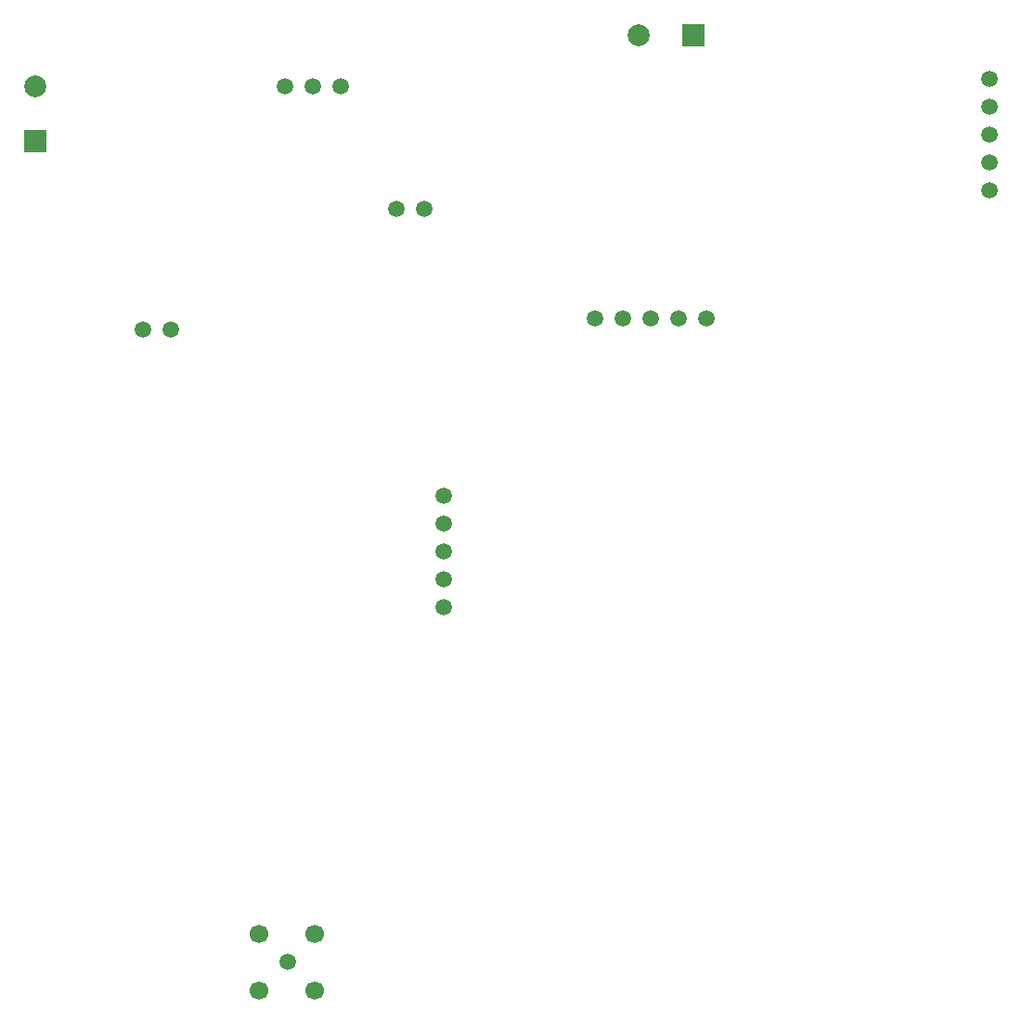
<source format=gbr>
%TF.GenerationSoftware,KiCad,Pcbnew,(5.99.0-10117-g2c3ee0d85f)*%
%TF.CreationDate,2021-04-28T15:15:26+02:00*%
%TF.ProjectId,som asset tracker,736f6d20-6173-4736-9574-20747261636b,rev?*%
%TF.SameCoordinates,Original*%
%TF.FileFunction,Soldermask,Bot*%
%TF.FilePolarity,Negative*%
%FSLAX46Y46*%
G04 Gerber Fmt 4.6, Leading zero omitted, Abs format (unit mm)*
G04 Created by KiCad (PCBNEW (5.99.0-10117-g2c3ee0d85f)) date 2021-04-28 15:15:26*
%MOMM*%
%LPD*%
G01*
G04 APERTURE LIST*
%ADD10R,2.000000X2.000000*%
%ADD11C,2.000000*%
%ADD12C,1.500000*%
%ADD13C,1.700000*%
G04 APERTURE END LIST*
D10*
%TO.C,J2*%
X168115000Y-66175000D03*
D11*
X163115000Y-66175000D03*
%TD*%
D12*
%TO.C,U2*%
X130910000Y-70850000D03*
X133450000Y-70850000D03*
X135990000Y-70850000D03*
%TD*%
%TO.C,J5*%
X159170000Y-92050000D03*
X161710000Y-92050000D03*
X164250000Y-92050000D03*
X166790000Y-92050000D03*
X169330000Y-92050000D03*
%TD*%
D10*
%TO.C,J1*%
X108115000Y-75885000D03*
D11*
X108115000Y-70885000D03*
%TD*%
D12*
%TO.C,J3*%
X195190000Y-80350000D03*
X195190000Y-77810000D03*
X195190000Y-75270000D03*
X195190000Y-72730000D03*
X195190000Y-70190000D03*
%TD*%
%TO.C,AE1*%
X131130000Y-150700000D03*
D13*
X133630000Y-148200000D03*
X128530000Y-148200000D03*
X128530000Y-153300000D03*
X133630000Y-153300000D03*
%TD*%
D12*
%TO.C,J7*%
X117960000Y-93020000D03*
X120500000Y-93020000D03*
%TD*%
%TO.C,J6*%
X141030000Y-82000000D03*
X143570000Y-82000000D03*
%TD*%
%TO.C,J4*%
X145360000Y-118380000D03*
X145360000Y-115840000D03*
X145360000Y-113300000D03*
X145360000Y-110760000D03*
X145360000Y-108220000D03*
%TD*%
M02*

</source>
